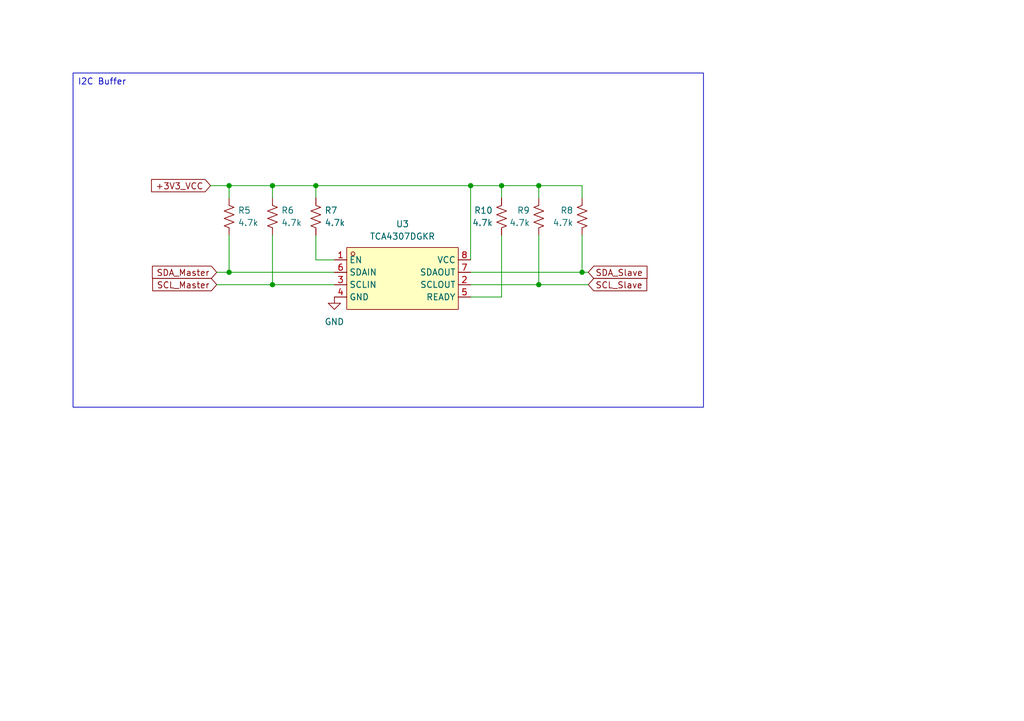
<source format=kicad_sch>
(kicad_sch (version 20250114) (generator "eeschema") (generator_version "9.0")
  (paper "A5")
  (lib_symbols
    (symbol "Device:R_US" (pin_numbers (hide yes)) (pin_names (offset 0))
      (property "Reference" "R" (at 2.54 0 90))
      (property "Value" "R_US" (at -2.54 0 90))
      (symbol "R_US_0_1"
        (polyline (pts (xy 0 2.286) (xy 0 2.54)))
        (polyline (pts (xy 0 2.286) (xy 1.016 1.905) (xy 0 1.524) (xy -1.016 1.143) (xy 0 0.762)))
        (polyline (pts (xy 0 0.762) (xy 1.016 0.381) (xy 0 0) (xy -1.016 -0.381) (xy 0 -0.762)))
        (polyline (pts (xy 0 -0.762) (xy 1.016 -1.143) (xy 0 -1.524) (xy -1.016 -1.905) (xy 0 -2.286)))
        (polyline (pts (xy 0 -2.286) (xy 0 -2.54)))
      )
      (symbol "R_US_1_1"
        (pin passive line (at 0 3.81 270) (length 1.27) (name "~") (number "1"))
        (pin passive line (at 0 -3.81 90) (length 1.27) (name "~") (number "2"))
      )
    )
    (symbol "power:GND" (power) (pin_numbers (hide yes)) (pin_names (offset 0) (hide yes))
      (property "Value" "GND" (at 0 -3.81 0))
      (symbol "GND_0_1"
        (polyline (pts (xy 0 0) (xy 0 -1.27) (xy 1.27 -1.27) (xy 0 -2.54) (xy -1.27 -1.27) (xy 0 -1.27)))
      )
      (symbol "GND_1_1"
        (pin power_in line (at 0 0 270) (length 0) (name "~") (number "1"))
      )
    )
    (symbol "syms_foots:TCA4307DGKR"
      (property "Reference" "U" (at 0 8.89 0))
      (property "Value" "TCA4307DGKR" (at 0 -8.89 0))
      (symbol "TCA4307DGKR_0_1"
        (rectangle (start -11.43 6.35) (end 11.43 -6.35) (fill (type background)))
        (circle (center -10.16 5.08) (radius 0.38))
        (pin unspecified line (at -13.97 3.81 0) (length 2.54) (name "EN") (number "1"))
        (pin unspecified line (at -13.97 1.27 0) (length 2.54) (name "SDAIN") (number "6"))
        (pin unspecified line (at -13.97 -1.27 0) (length 2.54) (name "SCLIN") (number "3"))
        (pin unspecified line (at -13.97 -3.81 0) (length 2.54) (name "GND") (number "4"))
        (pin unspecified line (at 13.97 3.81 180) (length 2.54) (name "VCC") (number "8"))
        (pin unspecified line (at 13.97 1.27 180) (length 2.54) (name "SDAOUT") (number "7"))
        (pin unspecified line (at 13.97 -1.27 180) (length 2.54) (name "SCLOUT") (number "2"))
        (pin unspecified line (at 13.97 -3.81 180) (length 2.54) (name "READY") (number "5"))
      )
    )
  )
  (text_box "I2C Buffer" (at 14.986 14.986 0) (size 129.286 68.58) (margins 0.9525 0.9525 0.9525 0.9525) (effects (font (size 1.27 1.27)) (justify left top)))
  (junction (at 64.77 38.1))
  (junction (at 119.38 55.88))
  (junction (at 46.99 55.88))
  (junction (at 55.88 58.42))
  (junction (at 55.88 38.1))
  (junction (at 110.49 58.42))
  (junction (at 110.49 38.1))
  (junction (at 46.99 38.1))
  (junction (at 96.52 38.1))
  (junction (at 102.87 38.1))
  (wire (pts (xy 55.88 38.1) (xy 55.88 40.64)))
  (wire (pts (xy 46.99 55.88) (xy 68.58 55.88)))
  (wire (pts (xy 55.88 58.42) (xy 68.58 58.42)))
  (wire (pts (xy 96.52 38.1) (xy 96.52 53.34)))
  (wire (pts (xy 64.77 38.1) (xy 64.77 40.64)))
  (wire (pts (xy 102.87 48.26) (xy 102.87 60.96)))
  (wire (pts (xy 55.88 48.26) (xy 55.88 58.42)))
  (wire (pts (xy 102.87 38.1) (xy 102.87 40.64)))
  (wire (pts (xy 119.38 48.26) (xy 119.38 55.88)))
  (wire (pts (xy 110.49 38.1) (xy 110.49 40.64)))
  (wire (pts (xy 46.99 48.26) (xy 46.99 55.88)))
  (wire (pts (xy 119.38 38.1) (xy 110.49 38.1)))
  (wire (pts (xy 44.45 58.42) (xy 55.88 58.42)))
  (wire (pts (xy 102.87 60.96) (xy 96.52 60.96)))
  (wire (pts (xy 43.18 38.1) (xy 46.99 38.1)))
  (wire (pts (xy 110.49 48.26) (xy 110.49 58.42)))
  (wire (pts (xy 119.38 38.1) (xy 119.38 40.64)))
  (wire (pts (xy 46.99 38.1) (xy 46.99 40.64)))
  (wire (pts (xy 55.88 38.1) (xy 64.77 38.1)))
  (wire (pts (xy 96.52 55.88) (xy 119.38 55.88)))
  (wire (pts (xy 96.52 38.1) (xy 102.87 38.1)))
  (wire (pts (xy 64.77 53.34) (xy 68.58 53.34)))
  (wire (pts (xy 96.52 58.42) (xy 110.49 58.42)))
  (wire (pts (xy 64.77 48.26) (xy 64.77 53.34)))
  (wire (pts (xy 46.99 38.1) (xy 55.88 38.1)))
  (wire (pts (xy 44.45 55.88) (xy 46.99 55.88)))
  (wire (pts (xy 120.65 58.42) (xy 110.49 58.42)))
  (wire (pts (xy 102.87 38.1) (xy 110.49 38.1)))
  (wire (pts (xy 120.65 55.88) (xy 119.38 55.88)))
  (wire (pts (xy 64.77 38.1) (xy 96.52 38.1)))
  (global_label "SDA_Master" (shape input) (at 44.45 55.88 180) (property "Intersheetrefs" "${INTERSHEET_REFS}" (effects (hide yes))))
  (global_label "+3V3_VCC" (shape input) (at 43.18 38.1 180) (property "Intersheetrefs" "${INTERSHEET_REFS}" (effects (hide yes))))
  (global_label "SCL_Master" (shape input) (at 44.45 58.42 180) (property "Intersheetrefs" "${INTERSHEET_REFS}" (effects (hide yes))))
  (global_label "SDA_Slave" (shape input) (at 120.65 55.88 0) (property "Intersheetrefs" "${INTERSHEET_REFS}" (effects (hide yes))))
  (global_label "SCL_Slave" (shape input) (at 120.65 58.42 0) (property "Intersheetrefs" "${INTERSHEET_REFS}" (effects (hide yes))))
  (symbol (lib_id "syms_foots:TCA4307DGKR") (at 82.55 57.15 0) (unit 1)
    (property "Reference" "U3" (at 82.55 45.974 0))
    (property "Value" "TCA4307DGKR" (at 82.55 48.514 0))
    (property "Footprint" "syms_foots:VSSOP-8_L3.0-W3.0-P0.65-LS4.9-BL" (effects (hide yes)))
    (property "LCSC Part" "C880333" (effects (hide yes)))
  )
  (symbol (lib_id "Device:R_US") (at 110.49 44.45 0) (mirror y) (unit 1)
    (property "Reference" "R9" (at 108.712 43.1799 0) (effects (justify left)))
    (property "Value" "4.7k" (at 108.712 45.7199 0) (effects (justify left)))
    (property "Footprint" "Resistor_SMD:R_0402_1005Metric" (effects (hide yes)))
    (property "Description" "Resistor, US symbol" (effects (hide yes)))
  )
  (symbol (lib_id "Device:R_US") (at 46.99 44.45 0) (unit 1)
    (property "Reference" "R5" (at 48.768 43.1799 0) (effects (justify left)))
    (property "Value" "4.7k" (at 48.768 45.7199 0) (effects (justify left)))
    (property "Footprint" "Resistor_SMD:R_0402_1005Metric" (effects (hide yes)))
    (property "Description" "Resistor, US symbol" (effects (hide yes)))
  )
  (symbol (lib_id "power:GND") (at 68.58 60.96 0) (unit 1)
    (property "Reference" "#PWR046" (effects (hide yes)))
    (property "Value" "GND" (at 68.58 66.04 0))
    (property "Description" "Power symbol creates a global label with name \"GND\" , ground" (effects (hide yes)))
  )
  (symbol (lib_id "Device:R_US") (at 64.77 44.45 0) (unit 1)
    (property "Reference" "R7" (at 66.548 43.1799 0) (effects (justify left)))
    (property "Value" "4.7k" (at 66.548 45.7199 0) (effects (justify left)))
    (property "Footprint" "Resistor_SMD:R_0402_1005Metric" (effects (hide yes)))
    (property "Description" "Resistor, US symbol" (effects (hide yes)))
  )
  (symbol (lib_id "Device:R_US") (at 102.87 44.45 0) (mirror y) (unit 1)
    (property "Reference" "R10" (at 101.092 43.1799 0) (effects (justify left)))
    (property "Value" "4.7k" (at 101.092 45.7199 0) (effects (justify left)))
    (property "Footprint" "Resistor_SMD:R_0402_1005Metric" (effects (hide yes)))
    (property "Description" "Resistor, US symbol" (effects (hide yes)))
  )
  (symbol (lib_id "Device:R_US") (at 119.38 44.45 0) (mirror y) (unit 1)
    (property "Reference" "R8" (at 117.602 43.1799 0) (effects (justify left)))
    (property "Value" "4.7k" (at 117.602 45.7199 0) (effects (justify left)))
    (property "Footprint" "Resistor_SMD:R_0402_1005Metric" (effects (hide yes)))
    (property "Description" "Resistor, US symbol" (effects (hide yes)))
  )
  (symbol (lib_id "Device:R_US") (at 55.88 44.45 0) (unit 1)
    (property "Reference" "R6" (at 57.658 43.1799 0) (effects (justify left)))
    (property "Value" "4.7k" (at 57.658 45.7199 0) (effects (justify left)))
    (property "Footprint" "Resistor_SMD:R_0402_1005Metric" (effects (hide yes)))
    (property "Description" "Resistor, US symbol" (effects (hide yes)))
  )
)
</source>
